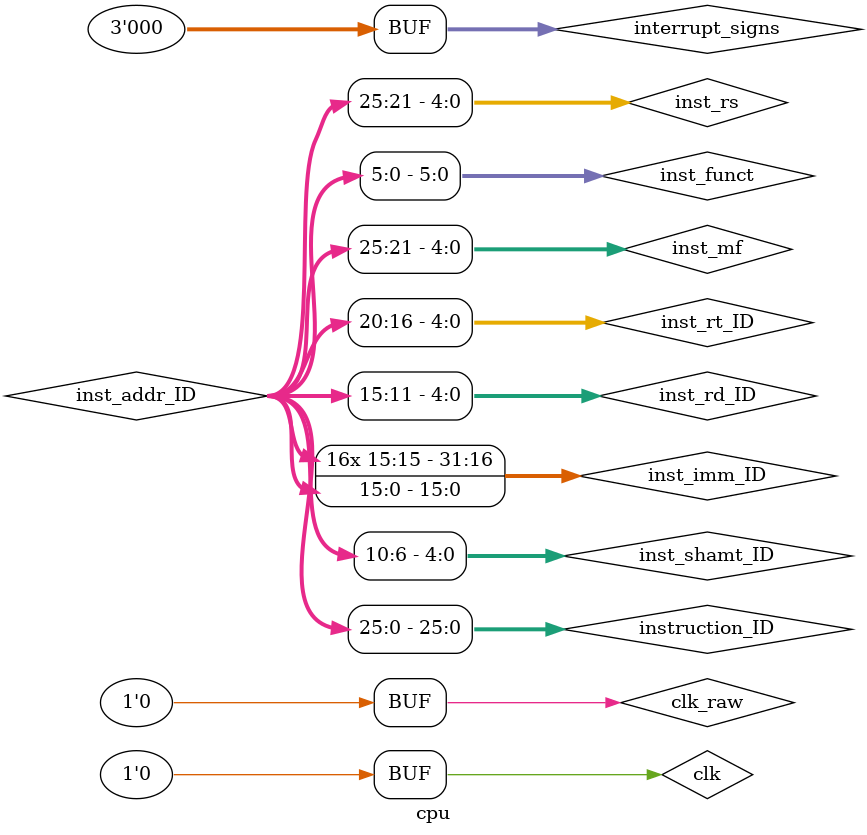
<source format=v>
module cpu();

    // interrupt
    reg [2:0] interrupt_signs = 3'b0;   // io


    // clk
    reg clk_raw = 0;
    wire clk;

    assign clk = clk_raw & ~halt;

    initial begin
        repeat (2300) begin
            #2 clk_raw = 1;
            #2 clk_raw = 0;
        end
        // repeat (1600) begin
        //     #10 clk_raw = 1;
        //     #10 clk_raw = 0;
        // end
    end

    wire rst_ID, rst_EX, rst_MEM, rst_WB, pause_IF, pause_ID;

/* ================= IF ================= */

    wire [31:0] pc_in, pc_next, pc, pc4_IF;
    wire [9:0] inst_index;
    wire [31:0] instruction_IF;

    assign pc4_IF = pc + 4;
    assign inst_index = pc[11:2];

    assign pc_we = ~pause_IF;

    register pc_modul(clk, pc_in, pc_we, pc);

    rom rom_modul(inst_index, instruction_IF);

/* ================= IF ================= */

    reg [31:0] pc4_ID=0, instruction_ID=0;

    always @(posedge clk) begin
        if (~pause_ID) begin
            if (rst_ID) begin
                instruction_ID <= 32'b0;
                pc4_ID <= 32'b0;
            end
            else begin
                instruction_ID <= instruction_IF;
                pc4_ID <= pc4_IF;
            end
        end
    end

/* ================= ID ================= */

    wire [25:0] inst_addr_ID;
    wire [31:0] inst_imm_ID;
    wire [5:0] inst_op, inst_funct;
    wire [4:0] inst_rs, inst_rt_ID, inst_rd_ID, inst_shamt_ID, inst_mf;


    assign inst_addr_ID = instruction_ID[25:0];
    assign inst_imm_ID = {{16{instruction_ID[15]}}, instruction_ID[15:0]};
    assign inst_op = instruction_ID[31:26];
    assign inst_rs = instruction_ID[25:21];
    assign inst_rt_ID = instruction_ID[20:16];
    assign inst_rd_ID = instruction_ID[15:11];
    assign inst_shamt_ID = instruction_ID[10:6];
    assign inst_funct = instruction_ID[5:0];
    assign inst_mf = instruction_ID[25:21];


    wire [3:0] ctr_aluop_ID;
    wire ctr_rf_dst_ID, ctr_rf_we_ID, ctr_branch_ID, ctr_jump_ID, ctr_mem_we_ID, ctr_mem_to_reg_ID, ctr_alu_src_ID, ctr_branch_eq_ID, ctr_branch_leq_ID, ctr_jump_reg_ID, ctr_jal_ID, ctr_sys_ID, ctr_shift_imm_ID, ctr_load_imm_ID, ctr_store_half_ID, ctr_exce_ret_ID, ctr_mfc0_ID, ctr_mtc0_ID;

    controller ctrl_modul(inst_op, inst_funct, inst_mf, ctr_aluop_ID, ctr_rf_dst_ID, ctr_rf_we_ID, ctr_branch_ID, ctr_jump_ID, ctr_mem_we_ID, ctr_mem_to_reg_ID, ctr_alu_src_ID, ctr_branch_eq_ID, ctr_branch_leq_ID, ctr_jump_reg_ID, ctr_jal_ID, ctr_sys_ID, ctr_shift_imm_ID, ctr_load_imm_ID, ctr_store_half_ID, ctr_exce_ret_ID, ctr_mfc0_ID, ctr_mtc0_ID);


    wire [4:0] rf_ar1, rf_ar2, rf_aw_ID;
    wire [31:0] rf_dr1_raw, rf_dr2_raw, rf_dr1_ID, rf_dr2_ID, rf_dw_WB;

    reg [4:0] rf_aw_WB=0;
    reg ctr_rf_we_WB=0;

    regfile regfile_modul(clk, rf_ar1, rf_ar2, rf_aw_WB, ctr_rf_we_WB, rf_dw_WB, rf_dr1_raw, rf_dr2_raw);

    assign rf_ar1 = ctr_sys_ID ? 32'h4 : inst_rs;
    assign rf_ar2 = ctr_sys_ID ? 32'h2 : inst_rt_ID;
    assign rf_aw_ID = ctr_jal_ID ? 5'h1f : ctr_rf_dst_ID ? inst_rd_ID : inst_rt_ID;

    // branch
    wire rs_leq, branch_fulfill;
    wire [31:0] branch_target;

    assign rs_leq = ($signed(rf_dr1_ID)<=$signed(0)) ? 1'b1 : 1'b0;
    assign rf_equ = (rf_dr1_ID==rf_dr2_ID);
    assign branch_fulfill = ctr_branch_ID ? (ctr_branch_leq_ID ? rs_leq : (rf_equ ~^ ctr_branch_eq_ID)) : 0;
    assign branch_target = {inst_imm_ID[29:0], 2'b0} + pc4_ID;
    assign pc_change = ctr_jump_reg_ID | ctr_jump_ID | branch_fulfill;
    assign pc_next = /* ctr_exce_ret_ID ? epc
                   : */ ctr_jump_reg_ID ? rf_dr1_ID
                   : ctr_jump_ID ? {pc4_ID[31:28], inst_addr_ID, 2'b0}
                   : branch_fulfill ? branch_target
                   : pc4_ID;

/* ================= ID ================= */

    reg [31:0] pc4_EX=0, rf_dr1_EX=0, rf_dr2_EX=0, inst_imm_EX=0;
    reg [4:0] inst_shamt_EX=0;
    reg [3:0] ctr_aluop_EX=0;
    reg ctr_rf_we_EX=0, ctr_mem_we_EX=0, ctr_mem_to_reg_EX=0, ctr_alu_src_EX=0, ctr_jal_EX=0, ctr_sys_EX=0, ctr_shift_imm_EX=0, ctr_load_imm_EX=0, ctr_store_half_EX=0, ctr_exce_ret_EX=0, ctr_mfc0_EX=0, ctr_mtc0_EX=0;
    reg [4:0] rf_aw_EX=0;

    always @(posedge clk) begin
        if (rst_EX) begin
            pc4_EX <= 0;
            rf_dr1_EX <= 0;
            rf_dr2_EX <= 0;
            inst_imm_EX <= 0;
            inst_shamt_EX <= 0;
            ctr_aluop_EX <= 0;
            ctr_rf_we_EX <= 0;
            ctr_mem_we_EX <= 0;
            ctr_mem_to_reg_EX <= 0;
            ctr_alu_src_EX <= 0;
            ctr_jal_EX <= 0;
            ctr_sys_EX <= 0;
            ctr_shift_imm_EX <= 0;
            ctr_load_imm_EX <= 0;
            ctr_store_half_EX <= 0;
            ctr_exce_ret_EX <= 0;
            ctr_mfc0_EX <= 0;
            ctr_mtc0_EX <= 0;
            rf_aw_EX <= 0;
        end
        else begin
            pc4_EX <= pc4_ID;
            rf_dr1_EX <= rf_dr1_ID;
            rf_dr2_EX <= rf_dr2_ID;
            inst_imm_EX <= inst_imm_ID;
            inst_shamt_EX <= inst_shamt_ID;
            ctr_aluop_EX <= ctr_aluop_ID;
            ctr_rf_we_EX <= ctr_rf_we_ID;
            ctr_mem_we_EX <= ctr_mem_we_ID;
            ctr_mem_to_reg_EX <= ctr_mem_to_reg_ID;
            ctr_alu_src_EX <= ctr_alu_src_ID;
            ctr_jal_EX <= ctr_jal_ID;
            ctr_sys_EX <= ctr_sys_ID;
            ctr_shift_imm_EX <= ctr_shift_imm_ID;
            ctr_load_imm_EX <= ctr_load_imm_ID;
            ctr_store_half_EX <= ctr_store_half_ID;
            ctr_exce_ret_EX <= ctr_exce_ret_ID;
            ctr_mfc0_EX <= ctr_mfc0_ID;
            ctr_mtc0_EX <= ctr_mtc0_ID;
            rf_aw_EX <= rf_aw_ID;
        end
    end

/* ================= EX ================= */

    wire [31:0] alu_x, alu_y, alu_r1_EX, alu_r2_EX;
    wire alu_eq_EX;

    alu alu_modul(alu_x, alu_y, ctr_aluop_EX, alu_r1_EX, alu_r2_EX, alu_eq_EX);

    assign alu_x = ctr_shift_imm_EX ? {{27{inst_shamt_EX[4]}}, inst_shamt_EX} : rf_dr1_EX;
    assign alu_y = ctr_alu_src_EX ? inst_imm_EX : rf_dr2_EX;

    // sys
    wire [31:0] display;
    wire halt_EX;

    register display_reg(clk, rf_dr1_EX, ctr_sys_EX, display);

    assign halt_EX = (ctr_sys_EX && rf_dr2_EX==32'ha);

    // redir
    wire rf_conflict_EX, rf_redir_target1_EX;
    wire [31:0] rf_redir_content_EX;

    assign rf_conflict_EX = ctr_rf_we_EX & |rf_aw_EX & ((rf_aw_EX==rf_ar1) | (rf_aw_EX==rf_ar2));
    assign rf_redir_target1_EX = (rf_aw_EX==rf_ar1);
    assign rf_redir_content_EX = ctr_load_imm_EX ? {{inst_imm_EX[15:0]}, 16'b0}
                               : ctr_jal_EX ? pc4_EX
                               : alu_r1_EX;

/* ================= EX ================= */

    reg [31:0] pc4_MEM=0, alu_r1_MEM=0, alu_r2_MEM=0, rf_dr2_MEM=0, inst_imm_MEM=0;
    reg ctr_rf_we_MEM=0, ctr_mem_we_MEM=0, ctr_mem_to_reg_MEM=0, ctr_alu_src_MEM=0, ctr_jal_MEM=0, ctr_load_imm_MEM=0, ctr_store_half_MEM=0, ctr_exce_ret_MEM=0, ctr_mfc0_MEM=0, ctr_mtc0_MEM=0;
    reg [4:0] rf_aw_MEM=0;
    reg halt_MEM=0;

    always @(posedge clk) begin
        if (rst_MEM) begin
            pc4_MEM <= 0;
            alu_r1_MEM <= 0;
            alu_r2_MEM <= 0;
            rf_dr2_MEM <= 0;
            inst_imm_MEM <= 0;
            ctr_rf_we_MEM <= 0;
            ctr_mem_we_MEM <= 0;
            ctr_mem_to_reg_MEM <= 0;
            ctr_alu_src_MEM <= 0;
            ctr_jal_MEM <= 0;
            ctr_load_imm_MEM <= 0;
            ctr_store_half_MEM <= 0;
            ctr_exce_ret_MEM <= 0;
            ctr_mfc0_MEM <= 0;
            ctr_mtc0_MEM <= 0;
            rf_aw_MEM <= 0;
            halt_MEM <= 0;
        end
        else begin
            pc4_MEM <= pc4_EX;
            alu_r1_MEM <= alu_r1_EX;
            alu_r2_MEM <= alu_r2_EX;
            rf_dr2_MEM <= rf_dr2_EX;
            inst_imm_MEM <= inst_imm_EX;
            ctr_rf_we_MEM <= ctr_rf_we_EX;
            ctr_mem_we_MEM <= ctr_mem_we_EX;
            ctr_mem_to_reg_MEM <= ctr_mem_to_reg_EX;
            ctr_alu_src_MEM <= ctr_alu_src_EX;
            ctr_jal_MEM <= ctr_jal_EX;
            ctr_load_imm_MEM <= ctr_load_imm_EX;
            ctr_store_half_MEM <= ctr_store_half_EX;
            ctr_exce_ret_MEM <= ctr_exce_ret_EX;
            ctr_mfc0_MEM <= ctr_mfc0_EX;
            ctr_mtc0_MEM <= ctr_mtc0_EX;
            rf_aw_MEM <= rf_aw_EX;
            halt_MEM <= halt_EX;
        end
    end

/* ================= MEM ================ */

    wire [31:0] ram_out_MEM;
    wire [31:0] ram_din;

    ram ram_modul(clk, alu_r1_MEM[11:2], ram_din, ctr_mem_we_MEM, ram_out_MEM);

    assign ram_din = ctr_store_half_MEM ? {ram_out_MEM[31:16], rf_dr2_MEM[15:0]} : rf_dr2_MEM;

    // redir
    wire rf_conflict_MEM, rf_redir_target1_MEM;
    wire [31:0] rf_redir_content_MEM;

    assign rf_conflict_MEM = ctr_rf_we_MEM & |rf_aw_MEM & ((rf_aw_MEM==rf_ar1) | (rf_aw_MEM==rf_ar2));
    assign rf_redir_target1_MEM = (rf_aw_MEM==rf_ar1);
    assign rf_redir_content_MEM = ctr_load_imm_MEM ? {{inst_imm_MEM[15:0]}, 16'b0}
                                : ctr_jal_MEM ? pc4_MEM
                                : ctr_mem_to_reg_MEM ? ram_out_MEM
                                : alu_r1_MEM;

/* ================= MEM ================ */

    reg [31:0] pc4_WB=0, alu_r1_WB=0, inst_imm_WB=0, ram_out_WB=0;
    reg ctr_mfc0_WB=0, ctr_load_imm_WB=0, ctr_jal_WB=0, ctr_mem_to_reg_WB=0;
    reg halt_WB=0;

    always @(posedge clk) begin
        if (rst_WB) begin
            pc4_WB <= 0;
            alu_r1_WB <= 0;
            inst_imm_WB <= 0;
            ram_out_WB <= 0;
            ctr_rf_we_WB <= 0;
            ctr_mfc0_WB <= 0;
            ctr_load_imm_WB <= 0;
            ctr_jal_WB <= 0;
            ctr_mem_to_reg_WB <= 0;
            rf_aw_WB <= 0;
            halt_WB <= 0;
        end
        else begin
            pc4_WB <= pc4_MEM;
            alu_r1_WB <= alu_r1_MEM;
            inst_imm_WB <= inst_imm_MEM;
            ram_out_WB <= ram_out_MEM;
            ctr_rf_we_WB <= ctr_rf_we_MEM;
            ctr_mfc0_WB <= ctr_mfc0_MEM;
            ctr_load_imm_WB <= ctr_load_imm_MEM;
            ctr_jal_WB <= ctr_jal_MEM;
            ctr_mem_to_reg_WB <= ctr_mem_to_reg_MEM;
            rf_aw_WB <= rf_aw_MEM;
            halt_WB <= halt_MEM;
        end
    end

/* ================= WB ================= */

    assign rf_dw_WB = /* ctr_mfc0_WB ? cp0_out
                    : */ctr_load_imm_WB ? {{inst_imm_WB}, 16'b0}
                    : ctr_jal_WB ? pc4_WB
                    : ctr_mem_to_reg_WB ? ram_out_WB
                    : alu_r1_WB;

    register #(.width(1)) halt_reg(clk, 1'b1, halt_WB, halt);

    // redir
    wire rf_conflict_WB, rf_redir_target1_WB;

    assign rf_conflict_WB = ctr_rf_we_WB & |rf_aw_WB & ((rf_aw_WB==rf_ar1) | (rf_aw_WB==rf_ar2));
    assign rf_redir_target1_WB = (rf_aw_WB==rf_ar1);

/* ================= WB ================= */

    wire conflict_load_use, conflict_redirable;

    assign pc_in = pc_change ? pc_next : pc4_IF;
    assign rst_ID = pc_change;

    assign conflict_load_use = (rf_conflict_EX & ctr_mem_to_reg_EX);
    assign pause_IF = conflict_load_use;
    assign rst_EX = conflict_load_use;
    assign pause_ID = conflict_load_use;

    assign rf_dr1_ID = (rf_conflict_EX & ~ctr_mem_to_reg_EX & rf_redir_target1_EX) ? rf_redir_content_EX
                     : (rf_conflict_MEM & rf_redir_target1_MEM) ? rf_redir_content_MEM
                     : (rf_conflict_WB & rf_redir_target1_WB) ? rf_dw_WB
                     : rf_dr1_raw;
    assign rf_dr2_ID = (rf_conflict_EX & ~ctr_mem_to_reg_EX & ~rf_redir_target1_EX) ? rf_redir_content_EX
                     : (rf_conflict_MEM & ~rf_redir_target1_MEM) ? rf_redir_content_MEM
                     : (rf_conflict_WB & ~rf_redir_target1_WB) ? rf_dw_WB
                     : rf_dr2_raw;


/*
    // cp0
    wire interrupt_disable, interrupt_disable_next;
    wire [2:0] interrupt_mask, interrupt_mask_next;
    wire [31:0] epc, epc_next;
    wire interrupt_disable_we, interrupt_mask_we, epc_we;
    wire [31:0] cp0_out;

    wire [31:0] interrupt_entrance;
    wire [2:0] interrupts;
    wire has_interrupt;

    interrupt_driver interrupt_driver_modul(clk, interrupt_signs, interrupt_mask, interrupt_disable, interrupts);

    // 0x16, 0o22, 0b10110
    register #(.width(1)) interrupt_disable_reg(clk, interrupt_disable_next, interrupt_disable_we, interrupt_disable);

    // 0x17, 0o23, 0b10111
    register #(.width(3)) interrupt_mask_reg(clk, interrupt_mask_next, interrupt_mask_we, interrupt_mask);

    // 0x0e, 0o14, 0b01110
    register epc_reg(clk, epc_next, epc_we, epc);

    assign has_interrupt = |interrupts;

    assign interrupt_entrance = interrupts[2] ? 32'b0 // entrance 1
                              : interrupts[1] ? 32'h600 // entrance 2
                              : interrupts[0] ? 32'h800 // entrance 3
                              : 32'b0;

    assign interrupt_disable_we = has_interrupt | ctr_exce_ret | (ctr_mtc0 && (inst_rd==5'h16));

    assign interrupt_disable_next = has_interrupt ? 1'b1
                                  : ctr_exce_ret ? 1'b0
                                  : rf_dr2;

    assign interrupt_mask_we = (ctr_mtc0 && (inst_rd==5'h17));

    assign interrupt_mask_next = rf_dr2;

    assign epc_we = has_interrupt | (ctr_mtc0 && (inst_rd==5'he));

    assign epc_next = has_interrupt ? pc_next : rf_dr2;

    assign cp0_out = (inst_rd==5'h16) ? {31'b0, interrupt_disable}
                   : (inst_rd==5'h17) ? {29'b0, interrupt_mask}
                   : (inst_rd==5'h0e) ? epc
                   : 32'b0;
*/

    // output
    initial begin
        $dumpfile("cpu.vcd");
        $dumpvars(2, cpu);
    end


    // counter
    integer clk_cnt = 0;
    always @(posedge clk) begin
        clk_cnt <= clk_cnt + 1;
    end

    integer conflict_cnt = 0;
    always @(posedge clk) begin
        if (conflict_load_use) begin
            conflict_cnt = conflict_cnt + 1;
        end
    end

    integer jump_cnt = 0;
    always @(posedge clk) begin
        if (ctr_jump_reg_ID | ctr_jump_ID) begin
            jump_cnt = jump_cnt + 1;
        end
    end

    integer branch_succeed_cnt = 0;
    always @(posedge clk) begin
        if (ctr_branch_ID & ~branch_fulfill) begin
            branch_succeed_cnt = branch_succeed_cnt + 1;
        end
    end

    integer branch_fail_cnt = 0;
    always @(posedge clk) begin
        if (branch_fulfill) begin
            branch_fail_cnt = branch_fail_cnt + 1;
        end
    end


    // test interrupt
    // initial begin
    //     #1000 interrupt_signs = 3'b1;
    //     #700 interrupt_signs = 3'b10;
    //     #20 interrupt_signs = 3'b00;
    //     #100 interrupt_signs = 3'b10;
    //     #20 interrupt_signs = 3'b00;
    // end


endmodule

</source>
